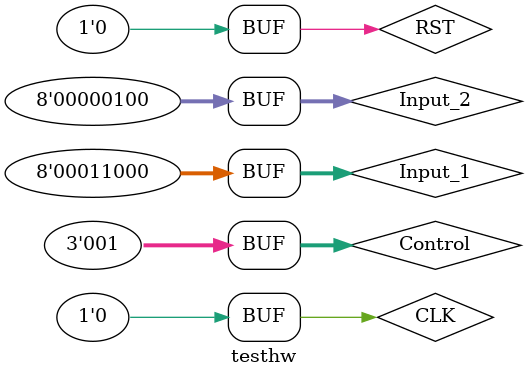
<source format=sv>
module Homework_1 (
    input  logic       CLK,
    input  logic       RST,
    input  logic [7:0] Input_1,
    input  logic [7:0] Input_2,
    input  logic [2:0] Control,
    output logic [7:0] Output
);

always_ff @ (posedge CLK, posedge RST) begin
    if (RST) begin
        Output <= 8'b00000000;
    end else begin
        if (Control[2]) begin
            if (Control[1])
                Output <= Input_1 + Input_2;
            else 
                Output <= Input_1 - Input_2;
	 
        end else begin
            if (Control[0])
                Output <= {Output[6:0], Output[7]};
	    else
                Output <= {Output[0], Output[7:1]};
          
	end
    end
end

endmodule

module testhw;

    // signals
    logic CLK;
    logic RST;
    logic [7:0] Input_1;
    logic [7:0] Input_2;
    logic [2:0] Control;
    logic [7:0] Output;


    Homework_1 hw (
        .CLK(CLK),
        .RST(RST),
        .Input_1(Input_1),
        .Input_2(Input_2),
        .Control(Control),
        .Output(Output)
    );

    // clock
    initial CLK = 0;
    always begin
	#5 CLK = 1;
	#5 CLK = 0;
    end

    
    initial begin

        RST = 0;
        Input_1 <= 8'b10000000;
        Input_2 <= 8'b00000001;
        Control <= 3'b110;
        #10;
	Input_1 <= 8'b10000000;
        Input_2 <= 8'b00000001;
        Control <= 3'b100;
        #10;
  	Input_1 <= 8'b00011000;
        Input_2 <= 8'b00000100;
        Control <= 3'b110;
	
        #10;


        Control <= 3'b001;
        #10;
	Control <= 3'b001;
	#10;
	Control <= 3'b001;
	#10;	
	Control <= 3'b001;
	#10;
	Control <= 3'b001;
	#10;
	Control <= 3'b001;
	#10;
	Control <= 3'b001;
	#10;
	Control <= 3'b001;
	#10;
	Control <= 3'b001;
	#10;
	Control <= 3'b001;
	#10;

    end

endmodule
</source>
